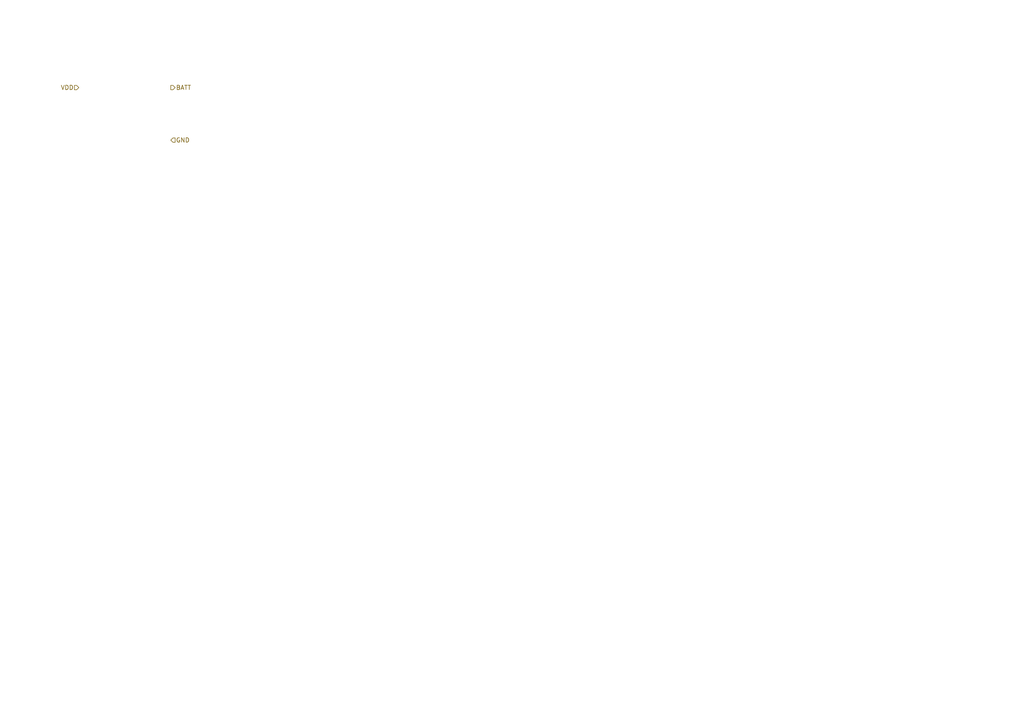
<source format=kicad_sch>
(kicad_sch
	(version 20231120)
	(generator "eeschema")
	(generator_version "8.0")
	(uuid "86e2b57e-df36-46e8-88b1-1da65eea176b")
	(paper "A4")
	(lib_symbols)
	(hierarchical_label "GND"
		(shape input)
		(at 49.53 40.64 0)
		(fields_autoplaced yes)
		(effects
			(font
				(size 1.27 1.27)
			)
			(justify left)
		)
		(uuid "8d1832e4-85e7-4b37-b685-1d402651ed73")
	)
	(hierarchical_label "VDD"
		(shape input)
		(at 22.86 25.4 180)
		(fields_autoplaced yes)
		(effects
			(font
				(size 1.27 1.27)
			)
			(justify right)
		)
		(uuid "9b9a38b2-4b52-4def-9ecf-38fc51a42ddb")
	)
	(hierarchical_label "BATT"
		(shape output)
		(at 49.53 25.4 0)
		(fields_autoplaced yes)
		(effects
			(font
				(size 1.27 1.27)
			)
			(justify left)
		)
		(uuid "a473c65c-5f68-4d1f-8ab8-daa86fff7526")
	)
)

</source>
